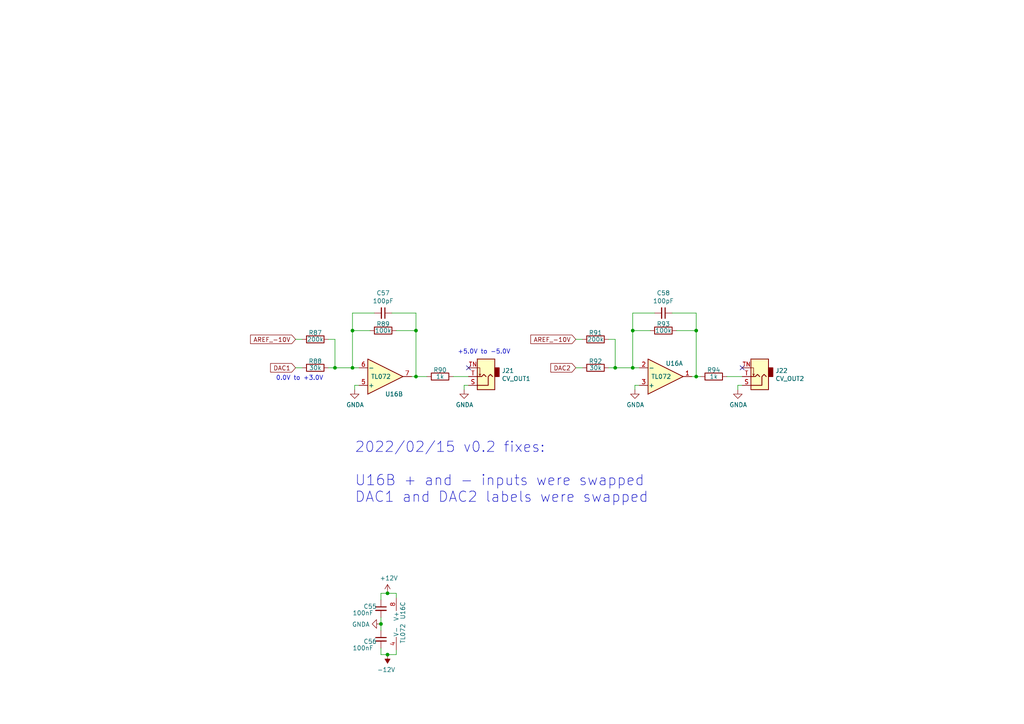
<source format=kicad_sch>
(kicad_sch (version 20211123) (generator eeschema)
  (paper "A4")
  (lib_symbols
    (symbol "Amplifier_Operational:TL072" (pin_names (offset 0.127))
      (property "Reference" "U" (at 0 5.08 0))
      (property "Value" "TL072" (at 0 -5.08 0))
      (symbol "TL072_1_1"
        (polyline (pts (xy -5.08 5.08) (xy 5.08 0) (xy -5.08 -5.08) (xy -5.08 5.08)) (stroke (width 0.254)) (fill (type background)))
        (pin output line (at 7.62 0 180) (length 2.54) (name "~") (number "1"))
        (pin input line (at -7.62 -2.54 0) (length 2.54) (name "-") (number "2"))
        (pin input line (at -7.62 2.54 0) (length 2.54) (name "+") (number "3"))
      )
      (symbol "TL072_2_1"
        (polyline (pts (xy -5.08 5.08) (xy 5.08 0) (xy -5.08 -5.08) (xy -5.08 5.08)) (stroke (width 0.254)) (fill (type background)))
        (pin input line (at -7.62 2.54 0) (length 2.54) (name "+") (number "5"))
        (pin input line (at -7.62 -2.54 0) (length 2.54) (name "-") (number "6"))
        (pin output line (at 7.62 0 180) (length 2.54) (name "~") (number "7"))
      )
      (symbol "TL072_3_1"
        (pin power_in line (at -2.54 -7.62 90) (length 3.81) (name "V-") (number "4"))
        (pin power_in line (at -2.54 7.62 270) (length 3.81) (name "V+") (number "8"))
      )
    )
    (symbol "Connector:AudioJack2_SwitchT"
      (property "Reference" "J" (at 0 8.89 0))
      (property "Value" "AudioJack2_SwitchT" (at 0 6.35 0))
      (symbol "AudioJack2_SwitchT_0_1"
        (rectangle (start -2.54 0) (end -3.81 -2.54) (stroke (width 0.254)) (fill (type outline)))
        (polyline (pts (xy 1.778 -0.254) (xy 2.032 -0.762)))
        (polyline (pts (xy 0 0) (xy 0.635 -0.635) (xy 1.27 0) (xy 2.54 0)) (stroke (width 0.254)))
        (polyline (pts (xy 2.54 -2.54) (xy 1.778 -2.54) (xy 1.778 -0.254) (xy 1.524 -0.762)))
        (polyline (pts (xy 2.54 2.54) (xy -0.635 2.54) (xy -0.635 0) (xy -1.27 -0.635) (xy -1.905 0)) (stroke (width 0.254)))
        (rectangle (start 2.54 3.81) (end -2.54 -5.08) (stroke (width 0.254)) (fill (type background)))
      )
      (symbol "AudioJack2_SwitchT_1_1"
        (pin passive line (at 5.08 2.54 180) (length 2.54) (name "~") (number "S"))
        (pin passive line (at 5.08 0 180) (length 2.54) (name "~") (number "T"))
        (pin passive line (at 5.08 -2.54 180) (length 2.54) (name "~") (number "TN"))
      )
    )
    (symbol "Device:C_Small" (pin_numbers hide) (pin_names (offset 0.254) hide)
      (property "Reference" "C" (at 0.254 1.778 0))
      (property "Value" "C_Small" (at 0.254 -2.032 0))
      (symbol "C_Small_0_1"
        (polyline (pts (xy -1.524 -0.508) (xy 1.524 -0.508)) (stroke (width 0.3302)))
        (polyline (pts (xy -1.524 0.508) (xy 1.524 0.508)) (stroke (width 0.3048)))
      )
      (symbol "C_Small_1_1"
        (pin passive line (at 0 2.54 270) (length 2.032) (name "~") (number "1"))
        (pin passive line (at 0 -2.54 90) (length 2.032) (name "~") (number "2"))
      )
    )
    (symbol "Device:R" (pin_numbers hide) (pin_names (offset 0))
      (property "Reference" "R" (at 2.032 0 90))
      (property "Value" "R" (at 0 0 90))
      (symbol "R_0_1"
        (rectangle (start -1.016 -2.54) (end 1.016 2.54) (stroke (width 0.254)))
      )
      (symbol "R_1_1"
        (pin passive line (at 0 3.81 270) (length 1.27) (name "~") (number "1"))
        (pin passive line (at 0 -3.81 90) (length 1.27) (name "~") (number "2"))
      )
    )
    (symbol "power:+12V" (power) (pin_names (offset 0))
      (property "Value" "+12V" (at 0 3.556 0))
      (symbol "+12V_0_1"
        (polyline (pts (xy -0.762 1.27) (xy 0 2.54)))
        (polyline (pts (xy 0 0) (xy 0 2.54)))
        (polyline (pts (xy 0 2.54) (xy 0.762 1.27)))
      )
      (symbol "+12V_1_1"
        (pin power_in line (at 0 0 90) (length 0) hide (name "+12V") (number "1"))
      )
    )
    (symbol "power:-12V" (power) (pin_names (offset 0))
      (property "Value" "-12V" (at 0 3.81 0))
      (symbol "-12V_0_0"
        (pin power_in line (at 0 0 90) (length 0) hide (name "-12V") (number "1"))
      )
      (symbol "-12V_0_1"
        (polyline (pts (xy 0 0) (xy 0 1.27) (xy 0.762 1.27) (xy 0 2.54) (xy -0.762 1.27) (xy 0 1.27)) (fill (type outline)))
      )
    )
    (symbol "power:GNDA" (power) (pin_names (offset 0))
      (property "Value" "GNDA" (at 0 -3.81 0))
      (symbol "GNDA_0_1"
        (polyline (pts (xy 0 0) (xy 0 -1.27) (xy 1.27 -1.27) (xy 0 -2.54) (xy -1.27 -1.27) (xy 0 -1.27)))
      )
      (symbol "GNDA_1_1"
        (pin power_in line (at 0 0 270) (length 0) hide (name "GNDA") (number "1"))
      )
    )
  )
  (junction (at 112.395 172.085))
  (junction (at 183.515 95.885))
  (junction (at 201.93 95.885))
  (junction (at 102.235 95.885))
  (junction (at 120.65 109.22))
  (junction (at 97.155 106.68))
  (junction (at 102.235 106.68))
  (junction (at 201.93 109.22))
  (junction (at 120.65 95.885))
  (junction (at 178.435 106.68))
  (junction (at 110.49 180.975))
  (junction (at 112.395 189.865))
  (junction (at 183.515 106.68))
  (no_connect (at 135.89 106.68))
  (no_connect (at 215.265 106.68))
  (wire (pts (xy 213.995 113.03) (xy 213.995 111.76)))
  (wire (pts (xy 85.725 98.425) (xy 87.63 98.425)))
  (wire (pts (xy 131.445 109.22) (xy 135.89 109.22)))
  (wire (pts (xy 120.65 109.22) (xy 123.825 109.22)))
  (wire (pts (xy 213.995 111.76) (xy 215.265 111.76)))
  (wire (pts (xy 85.725 106.68) (xy 87.63 106.68)))
  (wire (pts (xy 102.87 113.03) (xy 102.87 111.76)))
  (wire (pts (xy 194.945 90.805) (xy 201.93 90.805)))
  (wire (pts (xy 112.395 172.085) (xy 110.49 172.085)))
  (wire (pts (xy 183.515 106.68) (xy 185.42 106.68)))
  (wire (pts (xy 102.87 111.76) (xy 104.14 111.76)))
  (wire (pts (xy 114.935 95.885) (xy 120.65 95.885)))
  (wire (pts (xy 196.215 95.885) (xy 201.93 95.885)))
  (wire (pts (xy 97.155 98.425) (xy 95.25 98.425)))
  (wire (pts (xy 201.93 90.805) (xy 201.93 95.885)))
  (wire (pts (xy 120.65 95.885) (xy 120.65 109.22)))
  (wire (pts (xy 201.93 109.22) (xy 200.66 109.22)))
  (wire (pts (xy 183.515 106.68) (xy 183.515 95.885)))
  (wire (pts (xy 201.93 95.885) (xy 201.93 109.22)))
  (wire (pts (xy 134.62 111.76) (xy 135.89 111.76)))
  (wire (pts (xy 178.435 106.68) (xy 178.435 98.425)))
  (wire (pts (xy 167.005 106.68) (xy 168.91 106.68)))
  (wire (pts (xy 112.395 189.865) (xy 114.935 189.865)))
  (wire (pts (xy 113.665 90.805) (xy 120.65 90.805)))
  (wire (pts (xy 110.49 189.865) (xy 112.395 189.865)))
  (wire (pts (xy 120.65 109.22) (xy 119.38 109.22)))
  (wire (pts (xy 210.82 109.22) (xy 215.265 109.22)))
  (wire (pts (xy 102.235 90.805) (xy 102.235 95.885)))
  (wire (pts (xy 184.15 111.76) (xy 185.42 111.76)))
  (wire (pts (xy 189.865 90.805) (xy 183.515 90.805)))
  (wire (pts (xy 110.49 179.07) (xy 110.49 180.975)))
  (wire (pts (xy 108.585 90.805) (xy 102.235 90.805)))
  (wire (pts (xy 201.93 109.22) (xy 203.2 109.22)))
  (wire (pts (xy 114.935 173.355) (xy 114.935 172.085)))
  (wire (pts (xy 183.515 90.805) (xy 183.515 95.885)))
  (wire (pts (xy 97.155 106.68) (xy 97.155 98.425)))
  (wire (pts (xy 102.235 95.885) (xy 107.315 95.885)))
  (wire (pts (xy 102.235 106.68) (xy 102.235 95.885)))
  (wire (pts (xy 110.49 180.975) (xy 110.49 182.88)))
  (wire (pts (xy 114.935 172.085) (xy 112.395 172.085)))
  (wire (pts (xy 110.49 187.96) (xy 110.49 189.865)))
  (wire (pts (xy 184.15 113.03) (xy 184.15 111.76)))
  (wire (pts (xy 134.62 113.03) (xy 134.62 111.76)))
  (wire (pts (xy 167.005 98.425) (xy 168.91 98.425)))
  (wire (pts (xy 102.235 106.68) (xy 104.14 106.68)))
  (wire (pts (xy 97.155 106.68) (xy 102.235 106.68)))
  (wire (pts (xy 120.65 90.805) (xy 120.65 95.885)))
  (wire (pts (xy 176.53 106.68) (xy 178.435 106.68)))
  (wire (pts (xy 183.515 95.885) (xy 188.595 95.885)))
  (wire (pts (xy 110.49 172.085) (xy 110.49 173.99)))
  (wire (pts (xy 114.935 189.865) (xy 114.935 188.595)))
  (wire (pts (xy 178.435 98.425) (xy 176.53 98.425)))
  (wire (pts (xy 178.435 106.68) (xy 183.515 106.68)))
  (wire (pts (xy 95.25 106.68) (xy 97.155 106.68)))
  (text "0.0V to +3.0V" (at 80.01 110.49 0) (effects (font (size 1.27 1.27)) (justify left bottom)))
  (text "2022/02/15 v0.2 fixes:\n\nU16B + and - inputs were swapped\nDAC1 and DAC2 labels were swapped" (at 102.87 146.05 0) (effects (font (size 2.9972 2.9972)) (justify left bottom)))
  (text "+5.0V to -5.0V" (at 132.715 102.87 0) (effects (font (size 1.27 1.27)) (justify left bottom)))
  (global_label "DAC1" (shape input) (at 85.725 106.68 180) (property "Intersheet References" "${INTERSHEET_REFS}" (effects hide)))
  (global_label "DAC2" (shape input) (at 167.005 106.68 180) (property "Intersheet References" "${INTERSHEET_REFS}" (effects hide)))
  (global_label "AREF_-10V" (shape input) (at 85.725 98.425 180) (property "Intersheet References" "${INTERSHEET_REFS}" (effects hide)))
  (global_label "AREF_-10V" (shape input) (at 167.005 98.425 180) (property "Intersheet References" "${INTERSHEET_REFS}" (effects hide)))
  (symbol (lib_id "Device:R") (at 127.635 109.22 270) (unit 1)
    (property "Reference" "R90" (at 127.635 107.315 90))
    (property "Value" "1k" (at 127.635 109.22 90))
    (property "Footprint" "Resistor_SMD:R_0603_1608Metric_Pad0.98x0.95mm_HandSolder" (effects hide))
    (property "LCSC" "C21190" (effects hide))
  )
  (symbol (lib_id "Device:R") (at 207.01 109.22 270) (unit 1)
    (property "Reference" "R94" (at 207.01 107.315 90))
    (property "Value" "1k" (at 207.01 109.22 90))
    (property "Footprint" "Resistor_SMD:R_0603_1608Metric_Pad0.98x0.95mm_HandSolder" (effects hide))
    (property "LCSC" "C21190" (effects hide))
  )
  (symbol (lib_id "power:+12V") (at 112.395 172.085 0) (unit 1)
    (property "Reference" "#PWR0143" (effects hide))
    (property "Value" "+12V" (at 112.776 167.6908 0))
  )
  (symbol (lib_id "power:-12V") (at 112.395 189.865 180) (unit 1)
    (property "Reference" "#PWR0144" (effects hide))
    (property "Value" "-12V" (at 112.014 194.2592 0))
  )
  (symbol (lib_id "Device:R") (at 172.72 98.425 270) (unit 1)
    (property "Reference" "R91" (at 172.72 96.52 90))
    (property "Value" "200k" (at 172.72 98.425 90))
    (property "Footprint" "Resistor_SMD:R_0603_1608Metric_Pad0.98x0.95mm_HandSolder" (effects hide))
    (property "LCSC" "C25811" (effects hide))
  )
  (symbol (lib_id "Device:R") (at 172.72 106.68 270) (unit 1)
    (property "Reference" "R92" (at 172.72 104.775 90))
    (property "Value" "30k" (at 172.72 106.68 90))
    (property "Footprint" "Resistor_SMD:R_0603_1608Metric_Pad0.98x0.95mm_HandSolder" (effects hide))
    (property "LCSC" "C22984" (effects hide))
  )
  (symbol (lib_id "Device:R") (at 192.405 95.885 270) (unit 1)
    (property "Reference" "R93" (at 192.405 93.98 90))
    (property "Value" "100k" (at 192.405 95.885 90))
    (property "Footprint" "Resistor_SMD:R_0603_1608Metric_Pad0.98x0.95mm_HandSolder" (effects hide))
    (property "LCSC" "C25803" (effects hide))
  )
  (symbol (lib_id "Amplifier_Operational:TL072") (at 193.04 109.22 0) (mirror x) (unit 1)
    (property "Reference" "U16" (at 195.58 105.41 0))
    (property "Value" "TL072" (at 191.77 109.22 0))
    (property "Footprint" "foots:SOIC-8-1EP_3.9x4.9mm_P1.27mm_EP2.29x3mm_3D" (effects hide))
    (property "Datasheet" "http://www.ti.com/lit/ds/symlink/tl071.pdf" (effects hide))
    (property "LCSC" "C6961" (effects hide))
  )
  (symbol (lib_id "Device:C_Small") (at 192.405 90.805 270) (unit 1)
    (property "Reference" "C58" (at 192.405 84.9884 90))
    (property "Value" "100pF" (at 192.405 87.2998 90))
    (property "Footprint" "Capacitor_SMD:C_0603_1608Metric_Pad1.08x0.95mm_HandSolder" (effects hide))
    (property "LCSC" "C14858" (effects hide))
  )
  (symbol (lib_id "power:GNDA") (at 184.15 113.03 0) (unit 1)
    (property "Reference" "#PWR0146" (effects hide))
    (property "Value" "GNDA" (at 184.277 117.4242 0))
  )
  (symbol (lib_id "Amplifier_Operational:TL072") (at 111.76 109.22 0) (mirror x) (unit 2)
    (property "Reference" "U16" (at 114.3 114.3 0))
    (property "Value" "TL072" (at 110.49 109.22 0))
    (property "Footprint" "foots:SOIC-8-1EP_3.9x4.9mm_P1.27mm_EP2.29x3mm_3D" (effects hide))
    (property "Datasheet" "http://www.ti.com/lit/ds/symlink/tl071.pdf" (effects hide))
    (property "LCSC" "C6961" (effects hide))
  )
  (symbol (lib_id "Amplifier_Operational:TL072") (at 117.475 180.975 0) (unit 3)
    (property "Reference" "U16" (at 116.84 179.705 90) (effects (justify left)))
    (property "Value" "TL072" (at 116.84 186.69 90) (effects (justify left)))
    (property "Footprint" "foots:SOIC-8-1EP_3.9x4.9mm_P1.27mm_EP2.29x3mm_3D" (effects hide))
    (property "Datasheet" "http://www.ti.com/lit/ds/symlink/tl071.pdf" (effects hide))
    (property "LCSC" "C6961" (effects hide))
  )
  (symbol (lib_id "Connector:AudioJack2_SwitchT") (at 140.97 109.22 180) (unit 1)
    (property "Reference" "J21" (at 145.5166 107.5182 0) (effects (justify right)))
    (property "Value" "CV_OUT1" (at 145.5166 109.8296 0) (effects (justify right)))
    (property "Footprint" "foots:WQP-PJ301M" (effects hide))
    (property "LCSC" "-" (effects hide))
  )
  (symbol (lib_id "power:GNDA") (at 134.62 113.03 0) (unit 1)
    (property "Reference" "#PWR0145" (effects hide))
    (property "Value" "GNDA" (at 134.747 117.4242 0))
  )
  (symbol (lib_id "Device:R") (at 91.44 98.425 270) (unit 1)
    (property "Reference" "R87" (at 91.44 96.52 90))
    (property "Value" "200k" (at 91.44 98.425 90))
    (property "Footprint" "Resistor_SMD:R_0603_1608Metric_Pad0.98x0.95mm_HandSolder" (effects hide))
    (property "LCSC" "C25811" (effects hide))
  )
  (symbol (lib_id "Device:R") (at 91.44 106.68 270) (unit 1)
    (property "Reference" "R88" (at 91.44 104.775 90))
    (property "Value" "30k" (at 91.44 106.68 90))
    (property "Footprint" "Resistor_SMD:R_0603_1608Metric_Pad0.98x0.95mm_HandSolder" (effects hide))
    (property "LCSC" "C22984" (effects hide))
  )
  (symbol (lib_id "Device:R") (at 111.125 95.885 270) (unit 1)
    (property "Reference" "R89" (at 111.125 93.98 90))
    (property "Value" "100k" (at 111.125 95.885 90))
    (property "Footprint" "Resistor_SMD:R_0603_1608Metric_Pad0.98x0.95mm_HandSolder" (effects hide))
    (property "LCSC" "C25803" (effects hide))
  )
  (symbol (lib_id "Device:C_Small") (at 111.125 90.805 270) (unit 1)
    (property "Reference" "C57" (at 111.125 84.9884 90))
    (property "Value" "100pF" (at 111.125 87.2998 90))
    (property "Footprint" "Capacitor_SMD:C_0603_1608Metric_Pad1.08x0.95mm_HandSolder" (effects hide))
    (property "LCSC" "C14858" (effects hide))
  )
  (symbol (lib_id "Connector:AudioJack2_SwitchT") (at 220.345 109.22 180) (unit 1)
    (property "Reference" "J22" (at 224.8916 107.5182 0) (effects (justify right)))
    (property "Value" "CV_OUT2" (at 224.8916 109.8296 0) (effects (justify right)))
    (property "Footprint" "foots:WQP-PJ301M" (effects hide))
    (property "LCSC" "-" (effects hide))
  )
  (symbol (lib_id "power:GNDA") (at 213.995 113.03 0) (unit 1)
    (property "Reference" "#PWR0147" (effects hide))
    (property "Value" "GNDA" (at 214.122 117.4242 0))
  )
  (symbol (lib_id "power:GNDA") (at 102.87 113.03 0) (unit 1)
    (property "Reference" "#PWR0141" (effects hide))
    (property "Value" "GNDA" (at 102.997 117.4242 0))
  )
  (symbol (lib_id "Device:C_Small") (at 110.49 176.53 0) (unit 1)
    (property "Reference" "C55" (at 105.41 175.895 0) (effects (justify left)))
    (property "Value" "100nF" (at 102.235 177.8 0) (effects (justify left)))
    (property "Footprint" "Capacitor_SMD:C_0603_1608Metric_Pad1.08x0.95mm_HandSolder" (effects hide))
    (property "LCSC" "C14663" (effects hide))
  )
  (symbol (lib_id "Device:C_Small") (at 110.49 185.42 0) (unit 1)
    (property "Reference" "C56" (at 105.41 186.055 0) (effects (justify left)))
    (property "Value" "100nF" (at 102.235 187.96 0) (effects (justify left)))
    (property "Footprint" "Capacitor_SMD:C_0603_1608Metric_Pad1.08x0.95mm_HandSolder" (effects hide))
    (property "LCSC" "C14663" (effects hide))
  )
  (symbol (lib_id "power:GNDA") (at 110.49 180.975 270) (unit 1)
    (property "Reference" "#PWR0142" (effects hide))
    (property "Value" "GNDA" (at 107.2642 181.102 90) (effects (justify right)))
  )
)
</source>
